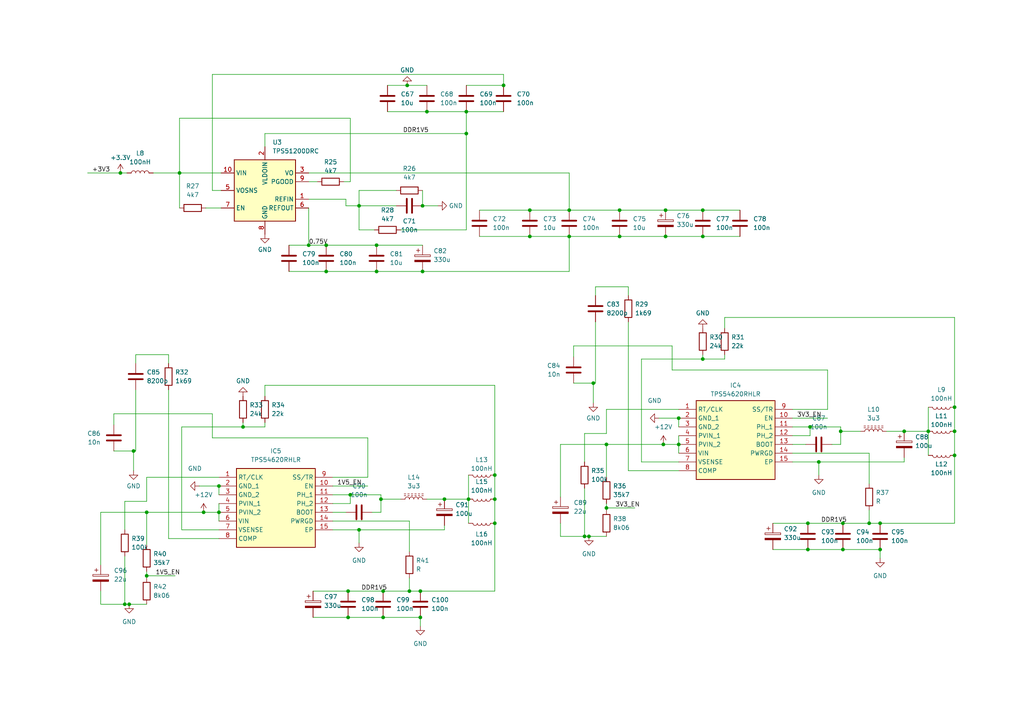
<source format=kicad_sch>
(kicad_sch (version 20231120) (generator "eeschema") (generator_version "8.0")
  (paper "A4")
  (lib_symbols
    (symbol "Device:C" (pin_numbers hide) (pin_names (offset 0.254))
      (property "Reference" "C" (at 0.635 2.54 0))
      (property "Value" "C" (at 0.635 -2.54 0))
      (symbol "C_0_1"
        (polyline (pts (xy -2.032 -0.762) (xy 2.032 -0.762)) (stroke (width 0.508)))
        (polyline (pts (xy -2.032 0.762) (xy 2.032 0.762)) (stroke (width 0.508)))
      )
      (symbol "C_1_1"
        (pin passive line (at 0 3.81 270) (length 2.794) (name "~") (number "1"))
        (pin passive line (at 0 -3.81 90) (length 2.794) (name "~") (number "2"))
      )
    )
    (symbol "Device:C_Polarized" (pin_numbers hide) (pin_names (offset 0.254))
      (property "Reference" "C" (at 0.635 2.54 0))
      (property "Value" "C_Polarized" (at 0.635 -2.54 0))
      (symbol "C_Polarized_0_1"
        (rectangle (start -2.286 0.508) (end 2.286 1.016))
        (polyline (pts (xy -1.778 2.286) (xy -0.762 2.286)))
        (polyline (pts (xy -1.27 2.794) (xy -1.27 1.778)))
        (rectangle (start 2.286 -0.508) (end -2.286 -1.016) (fill (type outline)))
      )
      (symbol "C_Polarized_1_1"
        (pin passive line (at 0 3.81 270) (length 2.794) (name "~") (number "1"))
        (pin passive line (at 0 -3.81 90) (length 2.794) (name "~") (number "2"))
      )
    )
    (symbol "Device:L" (pin_numbers hide) (pin_names (offset 1.016) hide)
      (property "Reference" "L" (at -1.27 0 90))
      (property "Value" "L" (at 1.905 0 90))
      (symbol "L_0_1"
        (arc (start 0 -2.54) (mid 0.6323 -1.905) (end 0 -1.27))
        (arc (start 0 -1.27) (mid 0.6323 -0.635) (end 0 0))
        (arc (start 0 0) (mid 0.6323 0.635) (end 0 1.27))
        (arc (start 0 1.27) (mid 0.6323 1.905) (end 0 2.54))
      )
      (symbol "L_1_1"
        (pin passive line (at 0 3.81 270) (length 1.27) (name "1") (number "1"))
        (pin passive line (at 0 -3.81 90) (length 1.27) (name "2") (number "2"))
      )
    )
    (symbol "Device:L_Ferrite" (pin_numbers hide) (pin_names (offset 1.016) hide)
      (property "Reference" "L" (at -1.27 0 90))
      (property "Value" "L_Ferrite" (at 2.794 0 90))
      (symbol "L_Ferrite_0_1"
        (arc (start 0 -2.54) (mid 0.6323 -1.905) (end 0 -1.27))
        (arc (start 0 -1.27) (mid 0.6323 -0.635) (end 0 0))
        (polyline (pts (xy 1.016 -2.794) (xy 1.016 -2.286)))
        (polyline (pts (xy 1.016 -1.778) (xy 1.016 -1.27)))
        (polyline (pts (xy 1.016 -0.762) (xy 1.016 -0.254)))
        (polyline (pts (xy 1.016 0.254) (xy 1.016 0.762)))
        (polyline (pts (xy 1.016 1.27) (xy 1.016 1.778)))
        (polyline (pts (xy 1.016 2.286) (xy 1.016 2.794)))
        (polyline (pts (xy 1.524 -2.286) (xy 1.524 -2.794)))
        (polyline (pts (xy 1.524 -1.27) (xy 1.524 -1.778)))
        (polyline (pts (xy 1.524 -0.254) (xy 1.524 -0.762)))
        (polyline (pts (xy 1.524 0.762) (xy 1.524 0.254)))
        (polyline (pts (xy 1.524 1.778) (xy 1.524 1.27)))
        (polyline (pts (xy 1.524 2.794) (xy 1.524 2.286)))
        (arc (start 0 0) (mid 0.6323 0.635) (end 0 1.27))
        (arc (start 0 1.27) (mid 0.6323 1.905) (end 0 2.54))
      )
      (symbol "L_Ferrite_1_1"
        (pin passive line (at 0 3.81 270) (length 1.27) (name "1") (number "1"))
        (pin passive line (at 0 -3.81 90) (length 1.27) (name "2") (number "2"))
      )
    )
    (symbol "Device:R" (pin_numbers hide) (pin_names (offset 0))
      (property "Reference" "R" (at 2.032 0 90))
      (property "Value" "R" (at 0 0 90))
      (symbol "R_0_1"
        (rectangle (start -1.016 -2.54) (end 1.016 2.54) (stroke (width 0.254)))
      )
      (symbol "R_1_1"
        (pin passive line (at 0 3.81 270) (length 1.27) (name "~") (number "1"))
        (pin passive line (at 0 -3.81 90) (length 1.27) (name "~") (number "2"))
      )
    )
    (symbol "Regulator_Linear:TPS51200DRC"
      (property "Reference" "U" (at -7.62 10.16 0))
      (property "Value" "TPS51200DRC" (at 7.62 10.16 0))
      (symbol "TPS51200DRC_0_1"
        (rectangle (start -8.89 -8.89) (end 8.89 8.89) (stroke (width 0.254)) (fill (type background)))
        (pin input line (at 12.7 -2.54 180) (length 3.81) (name "REFIN") (number "1"))
        (pin power_in line (at -12.7 5.08 0) (length 3.81) (name "VIN") (number "10"))
        (pin passive line (at 0 -12.7 90) (length 3.81) hide (name "GND") (number "11"))
        (pin power_in line (at 0 12.7 270) (length 3.81) (name "VLDOIN") (number "2"))
        (pin power_out line (at 12.7 5.08 180) (length 3.81) (name "VO") (number "3"))
        (pin passive line (at 0 -12.7 90) (length 3.81) hide (name "GND") (number "4"))
        (pin input line (at -12.7 0 0) (length 3.81) (name "VOSNS") (number "5"))
        (pin output line (at 12.7 -5.08 180) (length 3.81) (name "REFOUT") (number "6"))
        (pin input line (at -12.7 -5.08 0) (length 3.81) (name "EN") (number "7"))
        (pin power_in line (at 0 -12.7 90) (length 3.81) (name "GND") (number "8"))
        (pin open_collector line (at 12.7 2.54 180) (length 3.81) (name "PGOOD") (number "9"))
      )
    )
    (symbol "SamacSys_Parts:TPS54620RHLR"
      (property "Reference" "IC" (at 29.21 7.62 0))
      (property "Value" "TPS54620RHLR" (at 29.21 5.08 0))
      (symbol "TPS54620RHLR_1_1"
        (rectangle (start 5.08 2.54) (end 27.94 -20.32) (stroke (width 0.254)) (fill (type background)))
        (pin passive line (at 0 0 0) (length 5.08) (name "RT/CLK") (number "1"))
        (pin passive line (at 33.02 -2.54 180) (length 5.08) (name "EN") (number "10"))
        (pin passive line (at 33.02 -5.08 180) (length 5.08) (name "PH_1") (number "11"))
        (pin passive line (at 33.02 -7.62 180) (length 5.08) (name "PH_2") (number "12"))
        (pin passive line (at 33.02 -10.16 180) (length 5.08) (name "BOOT") (number "13"))
        (pin passive line (at 33.02 -12.7 180) (length 5.08) (name "PWRGD") (number "14"))
        (pin passive line (at 33.02 -15.24 180) (length 5.08) (name "EP") (number "15"))
        (pin passive line (at 0 -2.54 0) (length 5.08) (name "GND_1") (number "2"))
        (pin passive line (at 0 -5.08 0) (length 5.08) (name "GND_2") (number "3"))
        (pin passive line (at 0 -7.62 0) (length 5.08) (name "PVIN_1") (number "4"))
        (pin passive line (at 0 -10.16 0) (length 5.08) (name "PVIN_2") (number "5"))
        (pin passive line (at 0 -12.7 0) (length 5.08) (name "VIN") (number "6"))
        (pin passive line (at 0 -15.24 0) (length 5.08) (name "VSENSE") (number "7"))
        (pin passive line (at 0 -17.78 0) (length 5.08) (name "COMP") (number "8"))
        (pin passive line (at 33.02 0 180) (length 5.08) (name "SS/TR") (number "9"))
      )
    )
    (symbol "power:+12V" (power) (pin_names (offset 0))
      (property "Value" "+12V" (at 0 3.556 0))
      (symbol "+12V_0_1"
        (polyline (pts (xy -0.762 1.27) (xy 0 2.54)))
        (polyline (pts (xy 0 0) (xy 0 2.54)))
        (polyline (pts (xy 0 2.54) (xy 0.762 1.27)))
      )
      (symbol "+12V_1_1"
        (pin power_in line (at 0 0 90) (length 0) hide (name "+12V") (number "1"))
      )
    )
    (symbol "power:+3.3V" (power) (pin_names (offset 0))
      (property "Value" "+3.3V" (at 0 3.556 0))
      (symbol "+3.3V_0_1"
        (polyline (pts (xy -0.762 1.27) (xy 0 2.54)))
        (polyline (pts (xy 0 0) (xy 0 2.54)))
        (polyline (pts (xy 0 2.54) (xy 0.762 1.27)))
      )
      (symbol "+3.3V_1_1"
        (pin power_in line (at 0 0 90) (length 0) hide (name "+3.3V") (number "1"))
      )
    )
    (symbol "power:GND" (power) (pin_names (offset 0))
      (property "Value" "GND" (at 0 -3.81 0))
      (symbol "GND_0_1"
        (polyline (pts (xy 0 0) (xy 0 -1.27) (xy 1.27 -1.27) (xy 0 -2.54) (xy -1.27 -1.27) (xy 0 -1.27)))
      )
      (symbol "GND_1_1"
        (pin power_in line (at 0 0 270) (length 0) hide (name "GND") (number "1"))
      )
    )
  )
  (junction (at 63.5 140.97))
  (junction (at 179.705 60.96))
  (junction (at 122.555 59.69))
  (junction (at 36.195 175.26))
  (junction (at 89.535 71.12))
  (junction (at 153.67 68.58))
  (junction (at 193.04 60.96))
  (junction (at 101.6 143.51))
  (junction (at 38.735 130.81))
  (junction (at 121.92 171.45))
  (junction (at 252.095 151.765))
  (junction (at 111.125 179.07))
  (junction (at 104.14 59.69))
  (junction (at 59.055 148.59))
  (junction (at 255.27 159.385))
  (junction (at 143.51 151.765))
  (junction (at 118.11 24.765))
  (junction (at 203.835 60.96))
  (junction (at 128.905 144.78))
  (junction (at 122.555 78.74))
  (junction (at 94.615 78.74))
  (junction (at 135.255 32.385))
  (junction (at 255.27 151.765))
  (junction (at 193.04 68.58))
  (junction (at 100.965 179.07))
  (junction (at 121.92 179.07))
  (junction (at 165.1 60.96))
  (junction (at 109.22 71.12))
  (junction (at 262.255 125.095))
  (junction (at 118.745 171.45))
  (junction (at 203.835 104.14))
  (junction (at 123.825 32.385))
  (junction (at 143.51 144.78))
  (junction (at 110.49 144.78))
  (junction (at 196.85 128.905))
  (junction (at 100.965 171.45))
  (junction (at 276.86 132.08))
  (junction (at 276.86 125.095))
  (junction (at 169.545 155.575))
  (junction (at 244.475 159.385))
  (junction (at 269.24 125.095))
  (junction (at 104.14 153.67))
  (junction (at 146.05 24.765))
  (junction (at 70.485 123.825))
  (junction (at 63.5 148.59))
  (junction (at 276.86 118.11))
  (junction (at 175.895 147.32))
  (junction (at 244.475 151.765))
  (junction (at 234.315 151.765))
  (junction (at 94.615 71.12))
  (junction (at 179.705 68.58))
  (junction (at 234.95 123.825))
  (junction (at 42.545 148.59))
  (junction (at 170.815 155.575))
  (junction (at 135.89 144.78))
  (junction (at 109.22 78.74))
  (junction (at 243.84 125.095))
  (junction (at 111.125 171.45))
  (junction (at 203.835 68.58))
  (junction (at 234.315 159.385))
  (junction (at 135.255 38.735))
  (junction (at 196.85 121.285))
  (junction (at 34.925 50.165))
  (junction (at 172.085 111.125))
  (junction (at 52.07 50.165))
  (junction (at 165.1 68.58))
  (junction (at 143.51 137.795))
  (junction (at 153.67 60.96))
  (junction (at 175.895 128.905))
  (junction (at 37.465 175.26))
  (junction (at 192.405 128.905))
  (junction (at 42.545 167.005))
  (junction (at 237.49 133.985))
  (wire (pts (xy 234.315 159.385) (xy 244.475 159.385)))
  (wire (pts (xy 63.5 138.43) (xy 42.545 138.43)))
  (wire (pts (xy 63.5 146.05) (xy 63.5 148.59)))
  (wire (pts (xy 118.745 167.64) (xy 118.745 171.45)))
  (wire (pts (xy 153.67 68.58) (xy 165.1 68.58)))
  (wire (pts (xy 262.255 133.985) (xy 262.255 132.715)))
  (wire (pts (xy 169.545 141.605) (xy 169.545 155.575)))
  (wire (pts (xy 269.24 125.095) (xy 262.255 125.095)))
  (wire (pts (xy 70.485 123.825) (xy 76.835 123.825)))
  (wire (pts (xy 193.04 68.58) (xy 203.835 68.58)))
  (wire (pts (xy 237.49 137.795) (xy 237.49 133.985)))
  (wire (pts (xy 166.37 103.505) (xy 166.37 100.33)))
  (wire (pts (xy 96.52 151.13) (xy 118.745 151.13)))
  (wire (pts (xy 100.965 171.45) (xy 111.125 171.45)))
  (wire (pts (xy 182.245 83.185) (xy 172.72 83.185)))
  (wire (pts (xy 106.68 127) (xy 106.68 138.43)))
  (wire (pts (xy 234.95 123.825) (xy 243.84 123.825)))
  (wire (pts (xy 100.965 179.07) (xy 111.125 179.07)))
  (wire (pts (xy 29.21 171.45) (xy 29.21 175.26)))
  (wire (pts (xy 229.87 131.445) (xy 252.095 131.445)))
  (wire (pts (xy 121.92 179.07) (xy 121.92 181.61)))
  (wire (pts (xy 42.545 138.43) (xy 42.545 145.415)))
  (wire (pts (xy 194.945 107.315) (xy 240.03 107.315)))
  (wire (pts (xy 234.95 123.825) (xy 234.95 126.365)))
  (wire (pts (xy 109.22 78.74) (xy 122.555 78.74)))
  (wire (pts (xy 42.545 145.415) (xy 36.195 145.415)))
  (wire (pts (xy 59.055 148.59) (xy 63.5 148.59)))
  (wire (pts (xy 122.555 78.74) (xy 165.1 78.74)))
  (wire (pts (xy 104.14 66.675) (xy 104.14 59.69)))
  (wire (pts (xy 203.835 102.87) (xy 203.835 104.14)))
  (wire (pts (xy 135.89 151.765) (xy 135.89 144.78)))
  (wire (pts (xy 175.895 128.905) (xy 175.895 138.43)))
  (wire (pts (xy 186.055 133.985) (xy 186.055 104.14)))
  (wire (pts (xy 29.21 148.59) (xy 42.545 148.59)))
  (wire (pts (xy 143.51 151.765) (xy 143.51 171.45)))
  (wire (pts (xy 240.03 107.315) (xy 240.03 118.745)))
  (wire (pts (xy 175.895 146.05) (xy 175.895 147.32)))
  (wire (pts (xy 96.52 148.59) (xy 100.33 148.59)))
  (wire (pts (xy 39.37 113.03) (xy 39.37 130.81)))
  (wire (pts (xy 191.135 121.285) (xy 196.85 121.285)))
  (wire (pts (xy 252.095 131.445) (xy 252.095 140.335)))
  (wire (pts (xy 172.72 111.125) (xy 172.085 111.125)))
  (wire (pts (xy 112.395 24.765) (xy 118.11 24.765)))
  (wire (pts (xy 210.185 92.075) (xy 276.86 92.075)))
  (wire (pts (xy 63.5 140.97) (xy 63.5 143.51)))
  (wire (pts (xy 76.835 38.735) (xy 135.255 38.735)))
  (wire (pts (xy 36.195 145.415) (xy 36.195 153.67)))
  (wire (pts (xy 165.1 60.96) (xy 179.705 60.96)))
  (wire (pts (xy 139.065 60.96) (xy 153.67 60.96)))
  (wire (pts (xy 111.125 171.45) (xy 118.745 171.45)))
  (wire (pts (xy 48.895 105.41) (xy 48.895 102.87)))
  (wire (pts (xy 276.86 151.765) (xy 255.27 151.765)))
  (wire (pts (xy 70.485 122.555) (xy 70.485 123.825)))
  (wire (pts (xy 76.835 123.825) (xy 76.835 122.555)))
  (wire (pts (xy 224.155 159.385) (xy 234.315 159.385)))
  (wire (pts (xy 203.835 68.58) (xy 214.63 68.58)))
  (wire (pts (xy 135.89 144.78) (xy 128.905 144.78)))
  (wire (pts (xy 101.6 34.29) (xy 52.07 34.29)))
  (wire (pts (xy 83.82 71.12) (xy 89.535 71.12)))
  (wire (pts (xy 172.72 83.185) (xy 172.72 85.725)))
  (wire (pts (xy 196.85 121.285) (xy 196.85 123.825)))
  (wire (pts (xy 52.07 50.165) (xy 52.07 60.325)))
  (wire (pts (xy 182.245 136.525) (xy 182.245 93.345)))
  (wire (pts (xy 52.705 123.825) (xy 70.485 123.825)))
  (wire (pts (xy 243.84 125.095) (xy 249.555 125.095)))
  (wire (pts (xy 33.02 130.81) (xy 38.735 130.81)))
  (wire (pts (xy 110.49 144.78) (xy 110.49 148.59)))
  (wire (pts (xy 101.6 146.05) (xy 96.52 146.05)))
  (wire (pts (xy 193.04 60.96) (xy 203.835 60.96)))
  (wire (pts (xy 90.805 171.45) (xy 100.965 171.45)))
  (wire (pts (xy 257.175 125.095) (xy 262.255 125.095)))
  (wire (pts (xy 37.465 175.26) (xy 42.545 175.26)))
  (wire (pts (xy 59.69 60.325) (xy 64.135 60.325)))
  (wire (pts (xy 162.56 128.905) (xy 175.895 128.905)))
  (wire (pts (xy 64.135 55.245) (xy 61.595 55.245)))
  (wire (pts (xy 179.705 60.96) (xy 193.04 60.96)))
  (wire (pts (xy 237.49 133.985) (xy 229.87 133.985)))
  (wire (pts (xy 118.745 171.45) (xy 121.92 171.45)))
  (wire (pts (xy 36.195 175.26) (xy 37.465 175.26)))
  (wire (pts (xy 29.21 175.26) (xy 36.195 175.26)))
  (wire (pts (xy 63.5 148.59) (xy 63.5 151.13)))
  (wire (pts (xy 276.86 125.095) (xy 276.86 118.11)))
  (wire (pts (xy 175.895 147.32) (xy 175.895 147.955)))
  (wire (pts (xy 118.745 151.13) (xy 118.745 160.02)))
  (wire (pts (xy 100.33 57.785) (xy 89.535 57.785)))
  (wire (pts (xy 104.14 55.245) (xy 104.14 59.69)))
  (wire (pts (xy 36.195 161.29) (xy 36.195 175.26)))
  (wire (pts (xy 143.51 151.765) (xy 143.51 144.78)))
  (wire (pts (xy 122.555 59.69) (xy 127 59.69)))
  (wire (pts (xy 162.56 144.145) (xy 162.56 128.905)))
  (wire (pts (xy 63.5 153.67) (xy 52.705 153.67)))
  (wire (pts (xy 110.49 144.78) (xy 116.205 144.78)))
  (wire (pts (xy 162.56 151.765) (xy 162.56 155.575)))
  (wire (pts (xy 114.935 55.245) (xy 104.14 55.245)))
  (wire (pts (xy 229.87 123.825) (xy 234.95 123.825)))
  (wire (pts (xy 42.545 167.005) (xy 50.8 167.005)))
  (wire (pts (xy 123.825 32.385) (xy 135.255 32.385)))
  (wire (pts (xy 42.545 148.59) (xy 42.545 158.115)))
  (wire (pts (xy 196.85 126.365) (xy 196.85 128.905)))
  (wire (pts (xy 57.785 140.97) (xy 63.5 140.97)))
  (wire (pts (xy 243.84 128.905) (xy 241.3 128.905)))
  (wire (pts (xy 33.02 120.015) (xy 61.595 120.015)))
  (wire (pts (xy 269.24 132.08) (xy 269.24 125.095)))
  (wire (pts (xy 110.49 143.51) (xy 110.49 144.78)))
  (wire (pts (xy 61.595 21.59) (xy 146.05 21.59)))
  (wire (pts (xy 76.835 42.545) (xy 76.835 38.735)))
  (wire (pts (xy 101.6 52.705) (xy 101.6 34.29)))
  (wire (pts (xy 83.82 78.74) (xy 94.615 78.74)))
  (wire (pts (xy 114.935 59.69) (xy 104.14 59.69)))
  (wire (pts (xy 25.4 50.165) (xy 34.925 50.165)))
  (wire (pts (xy 252.095 147.955) (xy 252.095 151.765)))
  (wire (pts (xy 244.475 151.765) (xy 252.095 151.765)))
  (wire (pts (xy 110.49 148.59) (xy 107.95 148.59)))
  (wire (pts (xy 90.805 179.07) (xy 100.965 179.07)))
  (wire (pts (xy 123.825 32.385) (xy 112.395 32.385)))
  (wire (pts (xy 196.85 136.525) (xy 182.245 136.525)))
  (wire (pts (xy 59.055 148.59) (xy 42.545 148.59)))
  (wire (pts (xy 61.595 127) (xy 106.68 127)))
  (wire (pts (xy 196.85 118.745) (xy 175.895 118.745)))
  (wire (pts (xy 175.895 118.745) (xy 175.895 125.73)))
  (wire (pts (xy 104.14 153.67) (xy 128.905 153.67)))
  (wire (pts (xy 234.95 126.365) (xy 229.87 126.365)))
  (wire (pts (xy 94.615 78.74) (xy 109.22 78.74)))
  (wire (pts (xy 276.86 92.075) (xy 276.86 118.11)))
  (wire (pts (xy 122.555 71.12) (xy 109.22 71.12)))
  (wire (pts (xy 116.205 66.675) (xy 135.255 66.675)))
  (wire (pts (xy 196.85 133.985) (xy 186.055 133.985)))
  (wire (pts (xy 252.095 151.765) (xy 255.27 151.765)))
  (wire (pts (xy 194.945 100.33) (xy 194.945 107.315)))
  (wire (pts (xy 76.835 114.935) (xy 76.835 111.76)))
  (wire (pts (xy 169.545 155.575) (xy 170.815 155.575)))
  (wire (pts (xy 100.33 59.69) (xy 104.14 59.69)))
  (wire (pts (xy 52.07 50.165) (xy 64.135 50.165)))
  (wire (pts (xy 34.925 50.165) (xy 36.83 50.165)))
  (wire (pts (xy 244.475 159.385) (xy 255.27 159.385)))
  (wire (pts (xy 39.37 130.81) (xy 38.735 130.81)))
  (wire (pts (xy 33.02 123.19) (xy 33.02 120.015)))
  (wire (pts (xy 108.585 66.675) (xy 104.14 66.675)))
  (wire (pts (xy 229.87 121.285) (xy 240.03 121.285)))
  (wire (pts (xy 165.1 78.74) (xy 165.1 68.58)))
  (wire (pts (xy 89.535 52.705) (xy 92.075 52.705)))
  (wire (pts (xy 135.255 32.385) (xy 146.05 32.385)))
  (wire (pts (xy 128.905 153.67) (xy 128.905 152.4)))
  (wire (pts (xy 63.5 156.21) (xy 48.895 156.21)))
  (wire (pts (xy 276.86 132.08) (xy 276.86 125.095)))
  (wire (pts (xy 172.72 93.345) (xy 172.72 111.125)))
  (wire (pts (xy 203.835 104.14) (xy 210.185 104.14)))
  (wire (pts (xy 122.555 55.245) (xy 122.555 59.69)))
  (wire (pts (xy 146.05 24.765) (xy 135.255 24.765)))
  (wire (pts (xy 96.52 143.51) (xy 101.6 143.51)))
  (wire (pts (xy 135.255 66.675) (xy 135.255 38.735)))
  (wire (pts (xy 237.49 133.985) (xy 262.255 133.985)))
  (wire (pts (xy 196.85 128.905) (xy 196.85 131.445)))
  (wire (pts (xy 39.37 102.87) (xy 39.37 105.41)))
  (wire (pts (xy 52.07 34.29) (xy 52.07 50.165)))
  (wire (pts (xy 123.825 144.78) (xy 128.905 144.78)))
  (wire (pts (xy 192.405 128.905) (xy 196.85 128.905)))
  (wire (pts (xy 48.895 102.87) (xy 39.37 102.87)))
  (wire (pts (xy 182.245 85.725) (xy 182.245 83.185)))
  (wire (pts (xy 269.24 125.095) (xy 269.24 118.11)))
  (wire (pts (xy 143.51 171.45) (xy 121.92 171.45)))
  (wire (pts (xy 94.615 71.12) (xy 89.535 71.12)))
  (wire (pts (xy 111.125 179.07) (xy 121.92 179.07)))
  (wire (pts (xy 61.595 120.015) (xy 61.595 127)))
  (wire (pts (xy 101.6 143.51) (xy 110.49 143.51)))
  (wire (pts (xy 101.6 143.51) (xy 101.6 146.05)))
  (wire (pts (xy 143.51 144.78) (xy 143.51 137.795)))
  (wire (pts (xy 48.895 156.21) (xy 48.895 113.03)))
  (wire (pts (xy 240.03 118.745) (xy 229.87 118.745)))
  (wire (pts (xy 99.695 52.705) (xy 101.6 52.705)))
  (wire (pts (xy 175.895 125.73) (xy 169.545 125.73)))
  (wire (pts (xy 243.84 125.095) (xy 243.84 128.905)))
  (wire (pts (xy 139.065 68.58) (xy 153.67 68.58)))
  (wire (pts (xy 104.14 153.67) (xy 96.52 153.67)))
  (wire (pts (xy 210.185 95.25) (xy 210.185 92.075)))
  (wire (pts (xy 61.595 55.245) (xy 61.595 21.59)))
  (wire (pts (xy 162.56 155.575) (xy 169.545 155.575)))
  (wire (pts (xy 224.155 151.765) (xy 234.315 151.765)))
  (wire (pts (xy 210.185 104.14) (xy 210.185 102.87)))
  (wire (pts (xy 29.21 163.83) (xy 29.21 148.59)))
  (wire (pts (xy 146.05 21.59) (xy 146.05 24.765)))
  (wire (pts (xy 76.835 111.76) (xy 143.51 111.76)))
  (wire (pts (xy 186.055 104.14) (xy 203.835 104.14)))
  (wire (pts (xy 166.37 111.125) (xy 172.085 111.125)))
  (wire (pts (xy 42.545 167.005) (xy 42.545 167.64)))
  (wire (pts (xy 169.545 125.73) (xy 169.545 133.985)))
  (wire (pts (xy 276.86 132.08) (xy 276.86 151.765)))
  (wire (pts (xy 109.22 71.12) (xy 94.615 71.12)))
  (wire (pts (xy 179.705 68.58) (xy 193.04 68.58)))
  (wire (pts (xy 203.835 60.96) (xy 214.63 60.96)))
  (wire (pts (xy 135.89 144.78) (xy 135.89 137.795)))
  (wire (pts (xy 229.87 128.905) (xy 233.68 128.905)))
  (wire (pts (xy 118.11 24.765) (xy 123.825 24.765)))
  (wire (pts (xy 143.51 111.76) (xy 143.51 137.795)))
  (wire (pts (xy 192.405 128.905) (xy 175.895 128.905)))
  (wire (pts (xy 38.735 130.81) (xy 38.735 136.525)))
  (wire (pts (xy 165.1 68.58) (xy 179.705 68.58)))
  (wire (pts (xy 135.255 38.735) (xy 135.255 32.385)))
  (wire (pts (xy 255.27 159.385) (xy 255.27 161.925)))
  (wire (pts (xy 165.1 50.165) (xy 165.1 60.96)))
  (wire (pts (xy 106.68 138.43) (xy 96.52 138.43)))
  (wire (pts (xy 234.315 151.765) (xy 244.475 151.765)))
  (wire (pts (xy 172.085 111.125) (xy 172.085 116.84)))
  (wire (pts (xy 89.535 60.325) (xy 89.535 71.12)))
  (wire (pts (xy 170.815 155.575) (xy 175.895 155.575)))
  (wire (pts (xy 104.14 157.48) (xy 104.14 153.67)))
  (wire (pts (xy 166.37 100.33) (xy 194.945 100.33)))
  (wire (pts (xy 42.545 165.735) (xy 42.545 167.005)))
  (wire (pts (xy 44.45 50.165) (xy 52.07 50.165)))
  (wire (pts (xy 89.535 50.165) (xy 165.1 50.165)))
  (wire (pts (xy 153.67 60.96) (xy 165.1 60.96)))
  (wire (pts (xy 243.84 123.825) (xy 243.84 125.095)))
  (wire (pts (xy 100.33 57.785) (xy 100.33 59.69)))
  (wire (pts (xy 52.705 153.67) (xy 52.705 123.825)))
  (wire (pts (xy 96.52 140.97) (xy 106.68 140.97)))
  (wire (pts (xy 175.895 147.32) (xy 184.15 147.32)))
  (label "1V5_EN" (at 97.79 140.97 0))
  (label "0.75V" (at 89.535 71.12 0))
  (label "3V3_EN" (at 231.14 121.285 0))
  (label "3V3_EN" (at 178.435 147.32 0))
  (label "DDR1V5" (at 104.775 171.45 0))
  (label "DDR1V5" (at 238.125 151.765 0))
  (label "1V5_EN" (at 45.085 167.005 0))
  (label "DDR1V5" (at 116.84 38.735 0))
  (label "+3V3" (at 26.67 50.165 0))
  (symbol (lib_id "Device:C_Polarized") (at 90.805 175.26 0) (unit 1)
    (property "Reference" "C97" (at 93.98 173.101 0) (effects (justify left)))
    (property "Value" "330u" (at 93.98 175.641 0) (effects (justify left)))
    (property "Footprint" "Capacitor_Tantalum_SMD:CP_EIA-7343-31_Kemet-D_Pad2.25x2.55mm_HandSolder" (effects (hide yes)))
  )
  (symbol (lib_id "Device:R") (at 36.195 157.48 180) (unit 1)
    (property "Reference" "R39" (at 38.1 156.21 0) (effects (justify right)))
    (property "Value" "100k" (at 38.1 158.75 0) (effects (justify right)))
    (property "Footprint" "Resistor_SMD:R_0612_1632Metric_Pad1.18x3.40mm_HandSolder" (effects (hide yes)))
  )
  (symbol (lib_id "Device:C") (at 112.395 28.575 0) (mirror y) (unit 1)
    (property "Reference" "C67" (at 116.205 27.305 0) (effects (justify right)))
    (property "Value" "10u" (at 116.205 29.845 0) (effects (justify right)))
    (property "Footprint" "Capacitor_SMD:C_1206_3216Metric_Pad1.33x1.80mm_HandSolder" (effects (hide yes)))
  )
  (symbol (lib_id "Device:R") (at 118.745 55.245 270) (mirror x) (unit 1)
    (property "Reference" "R26" (at 118.745 48.895 90))
    (property "Value" "4k7" (at 118.745 51.435 90))
    (property "Footprint" "Resistor_SMD:R_0612_1632Metric_Pad1.18x3.40mm_HandSolder" (effects (hide yes)))
  )
  (symbol (lib_id "Device:L") (at 273.05 118.11 270) (unit 1)
    (property "Reference" "L9" (at 273.05 113.03 90))
    (property "Value" "100nH" (at 273.05 115.57 90))
    (property "Footprint" "Inductor_SMD_Wurth:L_Wurth_WE-LQSH-2010" (effects (hide yes)))
  )
  (symbol (lib_id "Device:C_Polarized") (at 262.255 128.905 0) (unit 1)
    (property "Reference" "C88" (at 265.43 126.746 0) (effects (justify left)))
    (property "Value" "100u" (at 265.43 129.286 0) (effects (justify left)))
    (property "Footprint" "Capacitor_Tantalum_SMD:CP_EIA-7343-43_Kemet-X_Pad2.25x2.55mm_HandSolder" (effects (hide yes)))
  )
  (symbol (lib_id "Device:C") (at 166.37 107.315 0) (unit 1)
    (property "Reference" "C84" (at 162.56 106.045 0) (effects (justify right)))
    (property "Value" "10n" (at 162.56 108.585 0) (effects (justify right)))
    (property "Footprint" "Capacitor_SMD:C_0603_1608Metric_Pad1.08x0.95mm_HandSolder" (effects (hide yes)))
  )
  (symbol (lib_id "Device:C_Polarized") (at 29.21 167.64 0) (unit 1)
    (property "Reference" "C96" (at 33.02 165.481 0) (effects (justify left)))
    (property "Value" "22u" (at 33.02 168.021 0) (effects (justify left)))
    (property "Footprint" "Capacitor_Tantalum_SMD:CP_EIA-7343-43_Kemet-X_Pad2.25x2.55mm_HandSolder" (effects (hide yes)))
  )
  (symbol (lib_id "Device:C") (at 214.63 64.77 0) (mirror y) (unit 1)
    (property "Reference" "C78" (at 218.44 63.5 0) (effects (justify right)))
    (property "Value" "100n" (at 218.44 66.04 0) (effects (justify right)))
    (property "Footprint" "Capacitor_SMD:C_0603_1608Metric_Pad1.08x0.95mm_HandSolder" (effects (hide yes)))
  )
  (symbol (lib_id "Device:C") (at 203.835 64.77 0) (mirror y) (unit 1)
    (property "Reference" "C77" (at 207.645 63.5 0) (effects (justify right)))
    (property "Value" "100n" (at 207.645 66.04 0) (effects (justify right)))
    (property "Footprint" "Capacitor_SMD:C_0603_1608Metric_Pad1.08x0.95mm_HandSolder" (effects (hide yes)))
  )
  (symbol (lib_id "Device:R") (at 118.745 163.83 180) (unit 1)
    (property "Reference" "R41" (at 120.65 162.56 0) (effects (justify right)))
    (property "Value" "R" (at 120.65 165.1 0) (effects (justify right)))
    (property "Footprint" "Resistor_SMD:R_0612_1632Metric_Pad1.18x3.40mm_HandSolder" (effects (hide yes)))
  )
  (symbol (lib_id "Device:C") (at 111.125 175.26 0) (unit 1)
    (property "Reference" "C99" (at 114.935 173.99 0) (effects (justify left)))
    (property "Value" "100n" (at 114.935 176.53 0) (effects (justify left)))
    (property "Footprint" "Capacitor_SMD:C_0603_1608Metric_Pad1.08x0.95mm_HandSolder" (effects (hide yes)))
  )
  (symbol (lib_id "Regulator_Linear:TPS51200DRC") (at 76.835 55.245 0) (unit 1)
    (property "Reference" "U3" (at 79.0291 41.275 0) (effects (justify left)))
    (property "Value" "TPS51200DRC" (at 79.0291 43.815 0) (effects (justify left)))
    (property "Footprint" "Package_SON:VSON-10-1EP_3x3mm_P0.5mm_EP1.65x2.4mm" (effects (hide yes)))
    (property "Datasheet" "http://www.ti.com/lit/ds/symlink/tps51200.pdf" (effects (hide yes)))
  )
  (symbol (lib_id "Device:C") (at 104.14 148.59 90) (unit 1)
    (property "Reference" "C90" (at 104.14 140.97 90))
    (property "Value" "100n" (at 104.14 143.51 90))
    (property "Footprint" "Capacitor_SMD:C_0603_1608Metric_Pad1.08x0.95mm_HandSolder" (effects (hide yes)))
  )
  (symbol (lib_id "power:GND") (at 38.735 136.525 0) (unit 1)
    (property "Reference" "#PWR053" (effects (hide yes)))
    (property "Value" "GND" (at 38.735 140.97 0))
  )
  (symbol (lib_id "Device:R") (at 48.895 109.22 0) (unit 1)
    (property "Reference" "R32" (at 50.8 107.95 0) (effects (justify left)))
    (property "Value" "1k69" (at 50.8 110.49 0) (effects (justify left)))
    (property "Footprint" "Resistor_SMD:R_0612_1632Metric_Pad1.18x3.40mm_HandSolder" (effects (hide yes)))
  )
  (symbol (lib_id "power:GND") (at 118.11 24.765 0) (mirror x) (unit 1)
    (property "Reference" "#PWR044" (effects (hide yes)))
    (property "Value" "GND" (at 118.11 20.32 0))
  )
  (symbol (lib_id "Device:R") (at 252.095 144.145 180) (unit 1)
    (property "Reference" "R37" (at 254 142.875 0) (effects (justify right)))
    (property "Value" "R" (at 254 145.415 0) (effects (justify right)))
    (property "Footprint" "Resistor_SMD:R_0612_1632Metric_Pad1.18x3.40mm_HandSolder" (effects (hide yes)))
  )
  (symbol (lib_id "Device:R") (at 42.545 171.45 0) (unit 1)
    (property "Reference" "R42" (at 44.45 170.18 0) (effects (justify left)))
    (property "Value" "8k06" (at 44.45 172.72 0) (effects (justify left)))
    (property "Footprint" "Resistor_SMD:R_0612_1632Metric_Pad1.18x3.40mm_HandSolder" (effects (hide yes)))
  )
  (symbol (lib_id "Device:C") (at 237.49 128.905 90) (unit 1)
    (property "Reference" "C87" (at 237.49 121.285 90))
    (property "Value" "100n" (at 237.49 123.825 90))
    (property "Footprint" "Capacitor_SMD:C_0603_1608Metric_Pad1.08x0.95mm_HandSolder" (effects (hide yes)))
  )
  (symbol (lib_id "Device:R") (at 203.835 99.06 0) (unit 1)
    (property "Reference" "R30" (at 205.74 97.79 0) (effects (justify left)))
    (property "Value" "24k" (at 205.74 100.33 0) (effects (justify left)))
    (property "Footprint" "Resistor_SMD:R_0612_1632Metric_Pad1.18x3.40mm_HandSolder" (effects (hide yes)))
  )
  (symbol (lib_id "Device:C_Polarized") (at 128.905 148.59 0) (unit 1)
    (property "Reference" "C91" (at 132.08 146.431 0) (effects (justify left)))
    (property "Value" "100u" (at 132.08 148.971 0) (effects (justify left)))
    (property "Footprint" "Capacitor_Tantalum_SMD:CP_EIA-7343-43_Kemet-X_Pad2.25x2.55mm_HandSolder" (effects (hide yes)))
  )
  (symbol (lib_id "Device:C") (at 139.065 64.77 0) (mirror y) (unit 1)
    (property "Reference" "C72" (at 142.875 63.5 0) (effects (justify right)))
    (property "Value" "100n" (at 142.875 66.04 0) (effects (justify right)))
    (property "Footprint" "Capacitor_SMD:C_0603_1608Metric_Pad1.08x0.95mm_HandSolder" (effects (hide yes)))
  )
  (symbol (lib_id "Device:C") (at 83.82 74.93 0) (mirror y) (unit 1)
    (property "Reference" "C79" (at 87.63 73.66 0) (effects (justify right)))
    (property "Value" "100n" (at 87.63 76.2 0) (effects (justify right)))
    (property "Footprint" "Capacitor_SMD:C_0603_1608Metric_Pad1.08x0.95mm_HandSolder" (effects (hide yes)))
  )
  (symbol (lib_id "power:GND") (at 255.27 161.925 0) (unit 1)
    (property "Reference" "#PWR059" (effects (hide yes)))
    (property "Value" "GND" (at 255.27 167.005 0))
  )
  (symbol (lib_id "Device:C") (at 121.92 175.26 0) (unit 1)
    (property "Reference" "C100" (at 125.095 173.99 0) (effects (justify left)))
    (property "Value" "100n" (at 125.095 176.53 0) (effects (justify left)))
    (property "Footprint" "Capacitor_SMD:C_0603_1608Metric_Pad1.08x0.95mm_HandSolder" (effects (hide yes)))
  )
  (symbol (lib_id "Device:C") (at 100.965 175.26 0) (unit 1)
    (property "Reference" "C98" (at 104.775 173.99 0) (effects (justify left)))
    (property "Value" "100n" (at 104.775 176.53 0) (effects (justify left)))
    (property "Footprint" "Capacitor_SMD:C_0603_1608Metric_Pad1.08x0.95mm_HandSolder" (effects (hide yes)))
  )
  (symbol (lib_id "Device:R") (at 169.545 137.795 180) (unit 1)
    (property "Reference" "R35" (at 171.45 136.525 0) (effects (justify right)))
    (property "Value" "100k" (at 171.45 139.065 0) (effects (justify right)))
    (property "Footprint" "Resistor_SMD:R_0612_1632Metric_Pad1.18x3.40mm_HandSolder" (effects (hide yes)))
  )
  (symbol (lib_id "Device:C_Polarized") (at 193.04 64.77 0) (unit 1)
    (property "Reference" "C76" (at 196.215 62.611 0) (effects (justify left)))
    (property "Value" "330u" (at 196.215 65.151 0) (effects (justify left)))
    (property "Footprint" "Capacitor_SMD:C_1206_3216Metric_Pad1.33x1.80mm_HandSolder" (effects (hide yes)))
  )
  (symbol (lib_id "power:GND") (at 203.835 95.25 180) (unit 1)
    (property "Reference" "#PWR048" (effects (hide yes)))
    (property "Value" "GND" (at 203.835 90.805 0))
  )
  (symbol (lib_id "Device:L") (at 273.05 132.08 270) (unit 1)
    (property "Reference" "L12" (at 273.05 134.62 90))
    (property "Value" "100nH" (at 273.05 137.16 90))
    (property "Footprint" "Inductor_SMD_Wurth:L_Wurth_WE-LQSH-2010" (effects (hide yes)))
  )
  (symbol (lib_id "power:GND") (at 37.465 175.26 0) (unit 1)
    (property "Reference" "#PWR060" (effects (hide yes)))
    (property "Value" "GND" (at 37.465 180.34 0))
  )
  (symbol (lib_id "power:GND") (at 57.785 140.97 270) (unit 1)
    (property "Reference" "#PWR055" (effects (hide yes)))
    (property "Value" "GND" (at 56.515 135.89 90))
  )
  (symbol (lib_id "Device:R") (at 95.885 52.705 90) (unit 1)
    (property "Reference" "R25" (at 95.885 46.99 90))
    (property "Value" "4k7" (at 95.885 49.53 90))
    (property "Footprint" "Resistor_SMD:R_0612_1632Metric_Pad1.18x3.40mm_HandSolder" (effects (hide yes)))
  )
  (symbol (lib_id "Device:L") (at 273.05 125.095 270) (unit 1)
    (property "Reference" "L11" (at 273.05 120.65 90))
    (property "Value" "100nH" (at 273.05 123.19 90))
    (property "Footprint" "Inductor_SMD_Wurth:L_Wurth_WE-LQSH-2010" (effects (hide yes)))
  )
  (symbol (lib_id "Device:C") (at 33.02 127 0) (unit 1)
    (property "Reference" "C86" (at 29.21 125.73 0) (effects (justify right)))
    (property "Value" "10n" (at 29.21 128.27 0) (effects (justify right)))
    (property "Footprint" "Capacitor_SMD:C_0603_1608Metric_Pad1.08x0.95mm_HandSolder" (effects (hide yes)))
  )
  (symbol (lib_id "Device:R") (at 70.485 118.745 0) (unit 1)
    (property "Reference" "R33" (at 72.39 117.475 0) (effects (justify left)))
    (property "Value" "24k" (at 72.39 120.015 0) (effects (justify left)))
    (property "Footprint" "Resistor_SMD:R_0612_1632Metric_Pad1.18x3.40mm_HandSolder" (effects (hide yes)))
  )
  (symbol (lib_id "Device:R") (at 175.895 142.24 0) (unit 1)
    (property "Reference" "R36" (at 177.8 140.97 0) (effects (justify left)))
    (property "Value" "35k7" (at 177.8 143.51 0) (effects (justify left)))
    (property "Footprint" "Resistor_SMD:R_0612_1632Metric_Pad1.18x3.40mm_HandSolder" (effects (hide yes)))
  )
  (symbol (lib_id "Device:C") (at 244.475 155.575 0) (unit 1)
    (property "Reference" "C94" (at 248.285 154.305 0) (effects (justify left)))
    (property "Value" "100n" (at 248.285 156.845 0) (effects (justify left)))
    (property "Footprint" "Capacitor_SMD:C_0603_1608Metric_Pad1.08x0.95mm_HandSolder" (effects (hide yes)))
  )
  (symbol (lib_id "power:+12V") (at 192.405 128.905 0) (unit 1)
    (property "Reference" "#PWR052" (effects (hide yes)))
    (property "Value" "+12V" (at 192.405 123.825 0))
  )
  (symbol (lib_id "Device:C") (at 153.67 64.77 0) (mirror y) (unit 1)
    (property "Reference" "C73" (at 157.48 63.5 0) (effects (justify right)))
    (property "Value" "10u" (at 157.48 66.04 0) (effects (justify right)))
    (property "Footprint" "Capacitor_SMD:C_1206_3216Metric_Pad1.33x1.80mm_HandSolder" (effects (hide yes)))
  )
  (symbol (lib_id "Device:C_Polarized") (at 162.56 147.955 0) (unit 1)
    (property "Reference" "C89" (at 166.37 145.796 0) (effects (justify left)))
    (property "Value" "22u" (at 166.37 148.336 0) (effects (justify left)))
    (property "Footprint" "Capacitor_Tantalum_SMD:CP_EIA-7343-43_Kemet-X_Pad2.25x2.55mm_HandSolder" (effects (hide yes)))
  )
  (symbol (lib_id "power:GND") (at 237.49 137.795 0) (unit 1)
    (property "Reference" "#PWR054" (effects (hide yes)))
    (property "Value" "GND" (at 237.49 142.875 0))
  )
  (symbol (lib_id "Device:R") (at 42.545 161.925 0) (unit 1)
    (property "Reference" "R40" (at 44.45 160.655 0) (effects (justify left)))
    (property "Value" "35k7" (at 44.45 163.195 0) (effects (justify left)))
    (property "Footprint" "Resistor_SMD:R_0612_1632Metric_Pad1.18x3.40mm_HandSolder" (effects (hide yes)))
  )
  (symbol (lib_id "power:GND") (at 104.14 157.48 0) (unit 1)
    (property "Reference" "#PWR058" (effects (hide yes)))
    (property "Value" "GND" (at 104.14 162.56 0))
  )
  (symbol (lib_id "Device:R") (at 76.835 118.745 0) (unit 1)
    (property "Reference" "R34" (at 78.74 117.475 0) (effects (justify left)))
    (property "Value" "22k" (at 78.74 120.015 0) (effects (justify left)))
    (property "Footprint" "Resistor_SMD:R_0612_1632Metric_Pad1.18x3.40mm_HandSolder" (effects (hide yes)))
  )
  (symbol (lib_id "Device:C") (at 109.22 74.93 0) (mirror y) (unit 1)
    (property "Reference" "C81" (at 113.03 73.66 0) (effects (justify right)))
    (property "Value" "10u" (at 113.03 76.2 0) (effects (justify right)))
    (property "Footprint" "Capacitor_SMD:C_1206_3216Metric_Pad1.33x1.80mm_HandSolder" (effects (hide yes)))
  )
  (symbol (lib_id "Device:C_Polarized") (at 122.555 74.93 0) (unit 1)
    (property "Reference" "C82" (at 125.73 72.771 0) (effects (justify left)))
    (property "Value" "330u" (at 125.73 75.311 0) (effects (justify left)))
    (property "Footprint" "Capacitor_SMD:C_1206_3216Metric_Pad1.33x1.80mm_HandSolder" (effects (hide yes)))
  )
  (symbol (lib_id "Device:L") (at 40.64 50.165 90) (unit 1)
    (property "Reference" "L8" (at 40.64 44.45 90))
    (property "Value" "100nH" (at 40.64 46.99 90))
    (property "Footprint" "Inductor_SMD_Wurth:L_Wurth_WE-LQSH-2010" (effects (hide yes)))
  )
  (symbol (lib_id "Device:C") (at 135.255 28.575 0) (mirror y) (unit 1)
    (property "Reference" "C69" (at 139.065 27.305 0) (effects (justify right)))
    (property "Value" "100n" (at 139.065 29.845 0) (effects (justify right)))
    (property "Footprint" "Capacitor_SMD:C_0603_1608Metric_Pad1.08x0.95mm_HandSolder" (effects (hide yes)))
  )
  (symbol (lib_id "power:GND") (at 121.92 181.61 0) (unit 1)
    (property "Reference" "#PWR061" (effects (hide yes)))
    (property "Value" "GND" (at 121.92 186.69 0))
  )
  (symbol (lib_id "Device:C") (at 123.825 28.575 0) (mirror y) (unit 1)
    (property "Reference" "C68" (at 127.635 27.305 0) (effects (justify right)))
    (property "Value" "100n" (at 127.635 29.845 0) (effects (justify right)))
    (property "Footprint" "Capacitor_SMD:C_0603_1608Metric_Pad1.08x0.95mm_HandSolder" (effects (hide yes)))
  )
  (symbol (lib_id "Device:C") (at 255.27 155.575 0) (unit 1)
    (property "Reference" "C95" (at 258.445 154.305 0) (effects (justify left)))
    (property "Value" "100n" (at 258.445 156.845 0) (effects (justify left)))
    (property "Footprint" "Capacitor_SMD:C_0603_1608Metric_Pad1.08x0.95mm_HandSolder" (effects (hide yes)))
  )
  (symbol (lib_id "Device:L") (at 139.7 144.78 270) (unit 1)
    (property "Reference" "L15" (at 139.7 139.7 90))
    (property "Value" "100nH" (at 139.7 142.24 90))
    (property "Footprint" "Inductor_SMD_Wurth:L_Wurth_WE-LQSH-2010" (effects (hide yes)))
  )
  (symbol (lib_id "power:+12V") (at 59.055 148.59 0) (unit 1)
    (property "Reference" "#PWR056" (effects (hide yes)))
    (property "Value" "+12V" (at 59.055 143.51 0))
  )
  (symbol (lib_id "power:GND") (at 170.815 155.575 0) (unit 1)
    (property "Reference" "#PWR057" (effects (hide yes)))
    (property "Value" "GND" (at 170.815 160.655 0))
  )
  (symbol (lib_id "power:GND") (at 191.135 121.285 270) (unit 1)
    (property "Reference" "#PWR051" (effects (hide yes)))
    (property "Value" "GND" (at 189.865 116.205 90))
  )
  (symbol (lib_id "Device:R") (at 55.88 60.325 90) (unit 1)
    (property "Reference" "R27" (at 55.88 53.975 90))
    (property "Value" "4k7" (at 55.88 56.515 90))
    (property "Footprint" "Resistor_SMD:R_0612_1632Metric_Pad1.18x3.40mm_HandSolder" (effects (hide yes)))
  )
  (symbol (lib_id "Device:L_Ferrite") (at 253.365 125.095 90) (unit 1)
    (property "Reference" "L10" (at 253.365 118.745 90))
    (property "Value" "3u3" (at 253.365 121.285 90))
    (property "Footprint" "Inductor_SMD_Wurth:L_Wurth_WE-LQSH-2512" (effects (hide yes)))
  )
  (symbol (lib_id "power:GND") (at 70.485 114.935 180) (unit 1)
    (property "Reference" "#PWR049" (effects (hide yes)))
    (property "Value" "GND" (at 70.485 110.49 0))
  )
  (symbol (lib_id "Device:C_Polarized") (at 224.155 155.575 0) (unit 1)
    (property "Reference" "C92" (at 227.33 153.416 0) (effects (justify left)))
    (property "Value" "330u" (at 227.33 155.956 0) (effects (justify left)))
    (property "Footprint" "Capacitor_Tantalum_SMD:CP_EIA-7343-43_Kemet-X_Pad2.25x2.55mm_HandSolder" (effects (hide yes)))
  )
  (symbol (lib_id "power:GND") (at 172.085 116.84 0) (unit 1)
    (property "Reference" "#PWR050" (effects (hide yes)))
    (property "Value" "GND" (at 172.085 121.285 0))
  )
  (symbol (lib_id "Device:C") (at 94.615 74.93 0) (mirror y) (unit 1)
    (property "Reference" "C80" (at 98.425 73.66 0) (effects (justify right)))
    (property "Value" "100n" (at 98.425 76.2 0) (effects (justify right)))
    (property "Footprint" "Capacitor_SMD:C_0603_1608Metric_Pad1.08x0.95mm_HandSolder" (effects (hide yes)))
  )
  (symbol (lib_id "Device:C") (at 172.72 89.535 0) (unit 1)
    (property "Reference" "C83" (at 175.895 88.265 0) (effects (justify left)))
    (property "Value" "8200p" (at 175.895 90.805 0) (effects (justify left)))
    (property "Footprint" "Capacitor_SMD:C_0603_1608Metric_Pad1.08x0.95mm_HandSolder" (effects (hide yes)))
  )
  (symbol (lib_id "Device:L") (at 139.7 151.765 270) (unit 1)
    (property "Reference" "L16" (at 139.7 154.94 90))
    (property "Value" "100nH" (at 139.7 157.48 90))
    (property "Footprint" "Inductor_SMD_Wurth:L_Wurth_WE-LQSH-2010" (effects (hide yes)))
  )
  (symbol (lib_id "Device:C") (at 165.1 64.77 0) (mirror y) (unit 1)
    (property "Reference" "C74" (at 168.91 63.5 0) (effects (justify right)))
    (property "Value" "100n" (at 168.91 66.04 0) (effects (justify right)))
    (property "Footprint" "Capacitor_SMD:C_0603_1608Metric_Pad1.08x0.95mm_HandSolder" (effects (hide yes)))
  )
  (symbol (lib_id "Device:C") (at 146.05 28.575 0) (mirror y) (unit 1)
    (property "Reference" "C70" (at 149.86 27.305 0) (effects (justify right)))
    (property "Value" "100n" (at 149.86 29.845 0) (effects (justify right)))
    (property "Footprint" "Capacitor_SMD:C_0603_1608Metric_Pad1.08x0.95mm_HandSolder" (effects (hide yes)))
  )
  (symbol (lib_id "Device:L_Ferrite") (at 120.015 144.78 90) (unit 1)
    (property "Reference" "L14" (at 120.015 138.43 90))
    (property "Value" "3u3" (at 120.015 140.97 90))
    (property "Footprint" "Inductor_SMD_Wurth:L_Wurth_WE-LQSH-2512" (effects (hide yes)))
  )
  (symbol (lib_id "Device:R") (at 112.395 66.675 270) (mirror x) (unit 1)
    (property "Reference" "R28" (at 112.395 60.96 90))
    (property "Value" "4k7" (at 112.395 63.5 90))
    (property "Footprint" "Resistor_SMD:R_0612_1632Metric_Pad1.18x3.40mm_HandSolder" (effects (hide yes)))
  )
  (symbol (lib_id "SamacSys_Parts:TPS54620RHLR") (at 63.5 138.43 0) (unit 1)
    (property "Reference" "IC5" (at 80.01 130.81 0))
    (property "Value" "TPS54620RHLR" (at 80.01 133.35 0))
    (property "Footprint" "SamacSys_Parts:TPS54622RHLR" (effects (hide yes)))
    (property "Datasheet" "http://www.ti.com/lit/ds/symlink/tps54620.pdf" (effects (hide yes)))
    (property "Manufacturer_Name" "Texas Instruments" (effects (hide yes)))
    (property "Manufacturer_Part_Number" "TPS54620RHLR" (effects (hide yes)))
    (property "Mouser Part Number" "595-TPS54620RHLR" (effects (hide yes)))
    (property "Mouser Price/Stock" "https://www.mouser.co.uk/ProductDetail/Texas-Instruments/TPS54620RHLR?qs=g5raLcSarOavNbXjatBJuw%3D%3D" (effects (hide yes)))
    (property "Arrow Part Number" "TPS54620RHLR" (effects (hide yes)))
    (property "Arrow Price/Stock" "https://www.arrow.com/en/products/tps54620rhlr/texas-instruments?region=nac" (effects (hide yes)))
  )
  (symbol (lib_id "Device:R") (at 210.185 99.06 0) (unit 1)
    (property "Reference" "R31" (at 212.09 97.79 0) (effects (justify left)))
    (property "Value" "22k" (at 212.09 100.33 0) (effects (justify left)))
    (property "Footprint" "Resistor_SMD:R_0612_1632Metric_Pad1.18x3.40mm_HandSolder" (effects (hide yes)))
  )
  (symbol (lib_id "Device:C") (at 39.37 109.22 0) (unit 1)
    (property "Reference" "C85" (at 42.545 107.95 0) (effects (justify left)))
    (property "Value" "8200p" (at 42.545 110.49 0) (effects (justify left)))
    (property "Footprint" "Capacitor_SMD:C_0603_1608Metric_Pad1.08x0.95mm_HandSolder" (effects (hide yes)))
  )
  (symbol (lib_id "Device:R") (at 182.245 89.535 0) (unit 1)
    (property "Reference" "R29" (at 184.15 88.265 0) (effects (justify left)))
    (property "Value" "1k69" (at 184.15 90.805 0) (effects (justify left)))
    (property "Footprint" "Resistor_SMD:R_0612_1632Metric_Pad1.18x3.40mm_HandSolder" (effects (hide yes)))
  )
  (symbol (lib_id "Device:C") (at 118.745 59.69 270) (mirror x) (unit 1)
    (property "Reference" "C71" (at 118.745 64.135 90))
    (property "Value" "100n" (at 118.745 66.675 90))
    (property "Footprint" "Capacitor_SMD:C_0603_1608Metric_Pad1.08x0.95mm_HandSolder" (effects (hide yes)))
  )
  (symbol (lib_id "Device:R") (at 175.895 151.765 0) (unit 1)
    (property "Reference" "R38" (at 177.8 150.495 0) (effects (justify left)))
    (property "Value" "8k06" (at 177.8 153.035 0) (effects (justify left)))
    (property "Footprint" "Resistor_SMD:R_0612_1632Metric_Pad1.18x3.40mm_HandSolder" (effects (hide yes)))
  )
  (symbol (lib_id "power:GND") (at 76.835 67.945 0) (unit 1)
    (property "Reference" "#PWR047" (effects (hide yes)))
    (property "Value" "GND" (at 76.835 72.39 0))
  )
  (symbol (lib_id "power:GND") (at 127 59.69 90) (unit 1)
    (property "Reference" "#PWR046" (effects (hide yes)))
    (property "Value" "GND" (at 130.175 59.69 90) (effects (justify right)))
  )
  (symbol (lib_id "power:+3.3V") (at 34.925 50.165 0) (unit 1)
    (property "Reference" "#PWR045" (effects (hide yes)))
    (property "Value" "+3.3V" (at 34.925 45.72 0))
  )
  (symbol (lib_id "Device:C") (at 234.315 155.575 0) (unit 1)
    (property "Reference" "C93" (at 238.125 154.305 0) (effects (justify left)))
    (property "Value" "100n" (at 238.125 156.845 0) (effects (justify left)))
    (property "Footprint" "Capacitor_SMD:C_0603_1608Metric_Pad1.08x0.95mm_HandSolder" (effects (hide yes)))
  )
  (symbol (lib_id "Device:C") (at 179.705 64.77 0) (mirror y) (unit 1)
    (property "Reference" "C75" (at 183.515 63.5 0) (effects (justify right)))
    (property "Value" "10u" (at 183.515 66.04 0) (effects (justify right)))
    (property "Footprint" "Capacitor_SMD:C_1206_3216Metric_Pad1.33x1.80mm_HandSolder" (effects (hide yes)))
  )
  (symbol (lib_id "Device:L") (at 139.7 137.795 270) (unit 1)
    (property "Reference" "L13" (at 139.7 133.35 90))
    (property "Value" "100nH" (at 139.7 135.89 90))
    (property "Footprint" "Inductor_SMD_Wurth:L_Wurth_WE-LQSH-2010" (effects (hide yes)))
  )
  (symbol (lib_id "SamacSys_Parts:TPS54620RHLR") (at 196.85 118.745 0) (unit 1)
    (property "Reference" "IC4" (at 213.36 111.76 0))
    (property "Value" "TPS54620RHLR" (at 213.36 114.3 0))
    (property "Footprint" "SamacSys_Parts:TPS54622RHLR" (effects (hide yes)))
    (property "Datasheet" "http://www.ti.com/lit/ds/symlink/tps54620.pdf" (effects (hide yes)))
    (property "Manufacturer_Name" "Texas Instruments" (effects (hide yes)))
    (property "Manufacturer_Part_Number" "TPS54620RHLR" (effects (hide yes)))
    (property "Mouser Part Number" "595-TPS54620RHLR" (effects (hide yes)))
    (property "Mouser Price/Stock" "https://www.mouser.co.uk/ProductDetail/Texas-Instruments/TPS54620RHLR?qs=g5raLcSarOavNbXjatBJuw%3D%3D" (effects (hide yes)))
    (property "Arrow Part Number" "TPS54620RHLR" (effects (hide yes)))
    (property "Arrow Price/Stock" "https://www.arrow.com/en/products/tps54620rhlr/texas-instruments?region=nac" (effects (hide yes)))
  )
)
</source>
